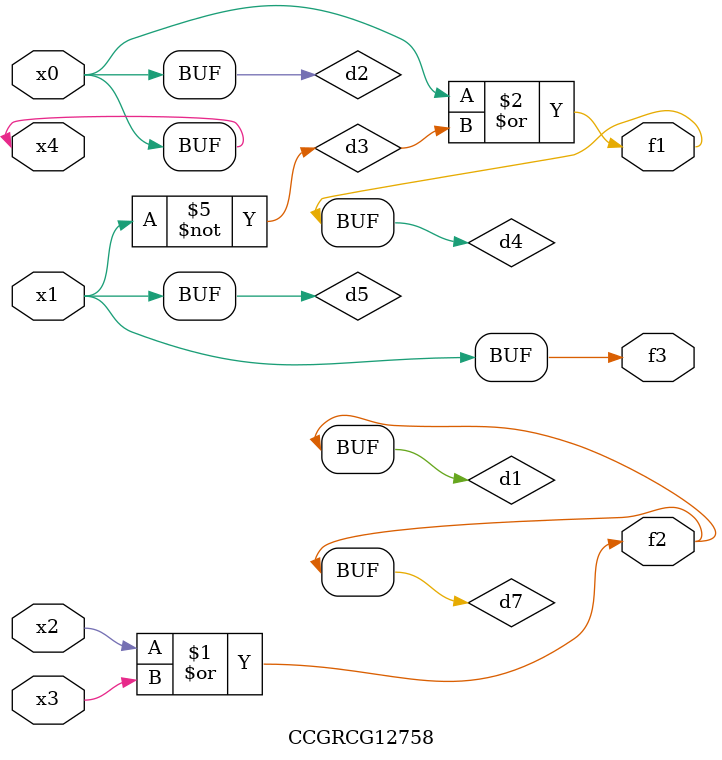
<source format=v>
module CCGRCG12758(
	input x0, x1, x2, x3, x4,
	output f1, f2, f3
);

	wire d1, d2, d3, d4, d5, d6, d7;

	or (d1, x2, x3);
	buf (d2, x0, x4);
	not (d3, x1);
	or (d4, d2, d3);
	not (d5, d3);
	nand (d6, d1, d3);
	or (d7, d1);
	assign f1 = d4;
	assign f2 = d7;
	assign f3 = d5;
endmodule

</source>
